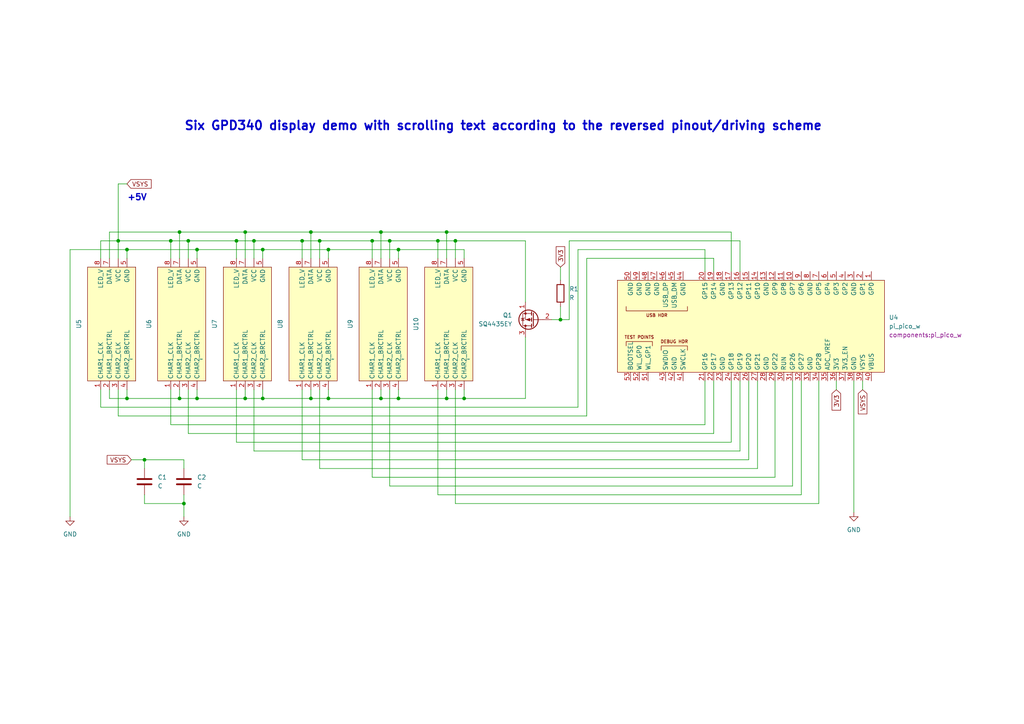
<source format=kicad_sch>
(kicad_sch (version 20230121) (generator eeschema)
  (paper "A4")
  (title_block (title "Six display demo"))
  (lib_symbols
    (symbol "Device:C" (pin_numbers hide) (pin_names (offset 0.254))
      (property "Reference" "C" (at 0.635 2.54 0))
      (property "Value" "C" (at 0.635 -2.54 0))
      (symbol "C_0_1"
        (polyline (pts (xy -2.032 -0.762) (xy 2.032 -0.762)) (stroke (width 0.508)))
        (polyline (pts (xy -2.032 0.762) (xy 2.032 0.762)) (stroke (width 0.508)))
      )
      (symbol "C_1_1"
        (pin passive line (at 0 3.81 270) (length 2.794) (name "~") (number "1"))
        (pin passive line (at 0 -3.81 90) (length 2.794) (name "~") (number "2"))
      )
    )
    (symbol "Device:Q_PMOS_SGD" (pin_names (offset 0) hide)
      (property "Reference" "Q" (at 5.08 1.27 0))
      (property "Value" "Q_PMOS_SGD" (at 5.08 -1.27 0))
      (symbol "Q_PMOS_SGD_0_1"
        (polyline (pts (xy 0.254 0) (xy -2.54 0)))
        (polyline (pts (xy 0.254 1.905) (xy 0.254 -1.905)) (stroke (width 0.254)))
        (polyline (pts (xy 0.762 -1.27) (xy 0.762 -2.286)) (stroke (width 0.254)))
        (polyline (pts (xy 0.762 0.508) (xy 0.762 -0.508)) (stroke (width 0.254)))
        (polyline (pts (xy 0.762 2.286) (xy 0.762 1.27)) (stroke (width 0.254)))
        (polyline (pts (xy 2.54 2.54) (xy 2.54 1.778)))
        (polyline (pts (xy 2.54 -2.54) (xy 2.54 0) (xy 0.762 0)))
        (polyline (pts (xy 0.762 1.778) (xy 3.302 1.778) (xy 3.302 -1.778) (xy 0.762 -1.778)))
        (polyline (pts (xy 2.286 0) (xy 1.27 0.381) (xy 1.27 -0.381) (xy 2.286 0)) (fill (type outline)))
        (polyline (pts (xy 2.794 -0.508) (xy 2.921 -0.381) (xy 3.683 -0.381) (xy 3.81 -0.254)))
        (polyline (pts (xy 3.302 -0.381) (xy 2.921 0.254) (xy 3.683 0.254) (xy 3.302 -0.381)))
        (circle (center 1.651 0) (radius 2.794) (stroke (width 0.254)))
        (circle (center 2.54 -1.778) (radius 0.254) (fill (type outline)))
        (circle (center 2.54 1.778) (radius 0.254) (fill (type outline)))
      )
      (symbol "Q_PMOS_SGD_1_1"
        (pin passive line (at 2.54 -5.08 90) (length 2.54) (name "S") (number "1"))
        (pin input line (at -5.08 0 0) (length 2.54) (name "G") (number "2"))
        (pin passive line (at 2.54 5.08 270) (length 2.54) (name "D") (number "3"))
      )
    )
    (symbol "Device:R" (pin_numbers hide) (pin_names (offset 0))
      (property "Reference" "R" (at 2.032 0 90))
      (property "Value" "R" (at 0 0 90))
      (symbol "R_0_1"
        (rectangle (start -1.016 -2.54) (end 1.016 2.54) (stroke (width 0.254)))
      )
      (symbol "R_1_1"
        (pin passive line (at 0 3.81 270) (length 1.27) (name "~") (number "1"))
        (pin passive line (at 0 -3.81 90) (length 1.27) (name "~") (number "2"))
      )
    )
    (symbol "components:GPD340"
      (property "Reference" "U" (at 0 0 0))
      (symbol "GPD340_1_1"
        (rectangle (start -16.51 7.62) (end 16.51 -6.35) (fill (type background)))
        (pin input line (at 19.05 -1.27 180) (length 2.54) (name "VCC") (number ""))
        (pin input line (at -19.05 3.81 0) (length 2.54) (name "CHAR1_CLK") (number "1"))
        (pin input line (at -19.05 1.27 0) (length 2.54) (name "CHAR1_BRCTRL") (number "2"))
        (pin input line (at -19.05 -1.27 0) (length 2.54) (name "CHAR2_CLK") (number "3"))
        (pin input line (at -19.05 -3.81 0) (length 2.54) (name "CHAR2_BRCTRL") (number "4"))
        (pin input line (at 19.05 -3.81 180) (length 2.54) (name "GND") (number "5"))
        (pin input line (at 19.05 1.27 180) (length 2.54) (name "DATA") (number "7"))
        (pin input line (at 19.05 3.81 180) (length 2.54) (name "LED_V") (number "8"))
      )
    )
    (symbol "components:pi_pico_w"
      (property "Reference" "U" (at 0 15.24 0))
      (property "Value" "pi_pico_w" (at 0 29.21 0))
      (property "Footprint" "components:pi_pico_w" (at 0 -24.13 0))
      (symbol "pi_pico_w_0_0"
        (polyline (pts (xy 5.08 -44.45) (xy 3.81 -44.45) (xy 3.81 -36.83) (xy 5.08 -36.83)))
        (text "DEBUG HDR" (at 3.81 -30.48 900) (effects (font (size 0.9 0.9))))
        (text "TEST POINTS" (at 2.54 -40.64 900) (effects (font (size 0.9 0.9))))
        (text "USB HDR" (at -3.81 -35.56 900) (effects (font (size 0.9 0.9))))
      )
      (symbol "pi_pico_w_0_1"
        (rectangle (start -13.97 30.48) (end 12.7 -46.99) (fill (type background)))
        (polyline (pts (xy -6.35 -44.45) (xy -5.08 -44.45) (xy -5.08 -26.67) (xy -6.35 -26.67)))
        (polyline (pts (xy 6.35 -26.67) (xy 5.08 -26.67) (xy 5.08 -34.29) (xy 6.35 -34.29)))
      )
      (symbol "pi_pico_w_1_1"
        (pin bidirectional line (at -16.51 26.67 0) (length 2.54) (name "GP0") (number "1"))
        (pin bidirectional line (at -16.51 3.81 0) (length 2.54) (name "GP7") (number "10"))
        (pin bidirectional line (at -16.51 1.27 0) (length 2.54) (name "GP8") (number "11"))
        (pin bidirectional line (at -16.51 -1.27 0) (length 2.54) (name "GP9") (number "12"))
        (pin bidirectional line (at -16.51 -3.81 0) (length 2.54) (name "GND") (number "13"))
        (pin bidirectional line (at -16.51 -6.35 0) (length 2.54) (name "GP10") (number "14"))
        (pin bidirectional line (at -16.51 -8.89 0) (length 2.54) (name "GP11") (number "15"))
        (pin bidirectional line (at -16.51 -11.43 0) (length 2.54) (name "GP12") (number "16"))
        (pin bidirectional line (at -16.51 -13.97 0) (length 2.54) (name "GP13") (number "17"))
        (pin bidirectional line (at -16.51 -16.51 0) (length 2.54) (name "GND") (number "18"))
        (pin bidirectional line (at -16.51 -19.05 0) (length 2.54) (name "GP14") (number "19"))
        (pin bidirectional line (at -16.51 24.13 0) (length 2.54) (name "GP1") (number "2"))
        (pin bidirectional line (at -16.51 -21.59 0) (length 2.54) (name "GP15") (number "20"))
        (pin bidirectional line (at 15.24 -21.59 180) (length 2.54) (name "GP16") (number "21"))
        (pin bidirectional line (at 15.24 -19.05 180) (length 2.54) (name "GP17") (number "22"))
        (pin bidirectional line (at 15.24 -16.51 180) (length 2.54) (name "GND") (number "23"))
        (pin bidirectional line (at 15.24 -13.97 180) (length 2.54) (name "GP18") (number "24"))
        (pin bidirectional line (at 15.24 -11.43 180) (length 2.54) (name "GP19") (number "25"))
        (pin bidirectional line (at 15.24 -8.89 180) (length 2.54) (name "GP20") (number "26"))
        (pin bidirectional line (at 15.24 -6.35 180) (length 2.54) (name "GP21") (number "27"))
        (pin bidirectional line (at 15.24 -3.81 180) (length 2.54) (name "GND") (number "28"))
        (pin bidirectional line (at 15.24 -1.27 180) (length 2.54) (name "GP22") (number "29"))
        (pin bidirectional line (at -16.51 21.59 0) (length 2.54) (name "GND") (number "3"))
        (pin bidirectional line (at 15.24 1.27 180) (length 2.54) (name "RUN") (number "30"))
        (pin bidirectional line (at 15.24 3.81 180) (length 2.54) (name "GP26") (number "31"))
        (pin bidirectional line (at 15.24 6.35 180) (length 2.54) (name "GP27") (number "32"))
        (pin bidirectional line (at 15.24 8.89 180) (length 2.54) (name "GND") (number "33"))
        (pin bidirectional line (at 15.24 11.43 180) (length 2.54) (name "GP28") (number "34"))
        (pin input line (at 15.24 13.97 180) (length 2.54) (name "ADC_VREF") (number "35"))
        (pin power_out line (at 15.24 16.51 180) (length 2.54) (name "3V3") (number "36"))
        (pin input line (at 15.24 19.05 180) (length 2.54) (name "3V3_EN") (number "37"))
        (pin bidirectional line (at 15.24 21.59 180) (length 2.54) (name "GND") (number "38"))
        (pin power_in line (at 15.24 24.13 180) (length 2.54) (name "VSYS") (number "39"))
        (pin bidirectional line (at -16.51 19.05 0) (length 2.54) (name "GP2") (number "4"))
        (pin power_in line (at 15.24 26.67 180) (length 2.54) (name "VBUS") (number "40"))
        (pin bidirectional line (at 15.24 -27.94 180) (length 2.54) (name "SWCLK") (number "41"))
        (pin bidirectional line (at 15.24 -30.48 180) (length 2.54) (name "GND") (number "42"))
        (pin bidirectional line (at 15.24 -33.02 180) (length 2.54) (name "SWDIO") (number "43"))
        (pin bidirectional line (at -16.51 -27.94 0) (length 2.54) (name "GND") (number "44"))
        (pin bidirectional line (at -16.51 -30.48 0) (length 2.54) (name "USB_DM") (number "45"))
        (pin bidirectional line (at -16.51 -33.02 0) (length 2.54) (name "USB_DP") (number "46"))
        (pin bidirectional line (at -16.51 -35.56 0) (length 2.54) (name "GND") (number "47"))
        (pin bidirectional line (at -16.51 -38.1 0) (length 2.54) (name "GND") (number "48"))
        (pin bidirectional line (at -16.51 -40.64 0) (length 2.54) (name "GND") (number "49"))
        (pin bidirectional line (at -16.51 16.51 0) (length 2.54) (name "GP3") (number "5"))
        (pin bidirectional line (at -16.51 -43.18 0) (length 2.54) (name "GND") (number "50"))
        (pin bidirectional line (at 15.24 -38.1 180) (length 2.54) (name "WL_GP1") (number "51"))
        (pin bidirectional line (at 15.24 -40.64 180) (length 2.54) (name "WL_GP0") (number "52"))
        (pin bidirectional line (at 15.24 -43.18 180) (length 2.54) (name "BOOTSEL") (number "53"))
        (pin bidirectional line (at -16.51 13.97 0) (length 2.54) (name "GP4") (number "6"))
        (pin bidirectional line (at -16.51 11.43 0) (length 2.54) (name "GP5") (number "7"))
        (pin bidirectional line (at -16.51 8.89 0) (length 2.54) (name "GND") (number "8"))
        (pin bidirectional line (at -16.51 6.35 0) (length 2.54) (name "GP6") (number "9"))
      )
    )
    (symbol "power:GND" (power) (pin_names (offset 0))
      (property "Value" "GND" (at 0 -3.81 0))
      (symbol "GND_0_1"
        (polyline (pts (xy 0 0) (xy 0 -1.27) (xy 1.27 -1.27) (xy 0 -2.54) (xy -1.27 -1.27) (xy 0 -1.27)))
      )
      (symbol "GND_1_1"
        (pin power_in line (at 0 0 270) (length 0) hide (name "GND") (number "1"))
      )
    )
  )
  (junction (at 57.15 115.57))
  (junction (at 71.12 67.31))
  (junction (at 53.34 146.05))
  (junction (at 52.07 115.57))
  (junction (at 95.25 115.57))
  (junction (at 41.91 133.35))
  (junction (at 68.58 69.85))
  (junction (at 95.25 72.39))
  (junction (at 76.2 115.57))
  (junction (at 162.56 92.71))
  (junction (at 57.15 72.39))
  (junction (at 73.66 69.85))
  (junction (at 110.49 115.57))
  (junction (at 90.17 115.57))
  (junction (at 110.49 67.31))
  (junction (at 76.2 72.39))
  (junction (at 127 69.85))
  (junction (at 54.61 69.85))
  (junction (at 129.54 67.31))
  (junction (at 34.29 69.85))
  (junction (at 36.83 115.57))
  (junction (at 49.53 69.85))
  (junction (at 134.62 115.57))
  (junction (at 129.54 115.57))
  (junction (at 87.63 69.85))
  (junction (at 52.07 67.31))
  (junction (at 36.83 72.39))
  (junction (at 113.03 69.85))
  (junction (at 92.71 69.85))
  (junction (at 115.57 115.57))
  (junction (at 115.57 72.39))
  (junction (at 132.08 69.85))
  (junction (at 71.12 115.57))
  (junction (at 107.95 69.85))
  (junction (at 90.17 67.31))
  (wire (pts (xy 52.07 67.31) (xy 71.12 67.31)))
  (wire (pts (xy 165.1 92.71) (xy 165.1 69.85)))
  (wire (pts (xy 76.2 115.57) (xy 90.17 115.57)))
  (wire (pts (xy 34.29 69.85) (xy 34.29 53.34)))
  (wire (pts (xy 34.29 113.03) (xy 34.29 120.65)))
  (wire (pts (xy 132.08 146.05) (xy 237.49 146.05)))
  (wire (pts (xy 31.75 67.31) (xy 52.07 67.31)))
  (wire (pts (xy 87.63 69.85) (xy 92.71 69.85)))
  (wire (pts (xy 41.91 143.51) (xy 41.91 146.05)))
  (wire (pts (xy 41.91 133.35) (xy 41.91 135.89)))
  (wire (pts (xy 52.07 115.57) (xy 57.15 115.57)))
  (wire (pts (xy 73.66 130.81) (xy 214.63 130.81)))
  (wire (pts (xy 204.47 72.39) (xy 204.47 78.74)))
  (wire (pts (xy 68.58 69.85) (xy 68.58 74.93)))
  (wire (pts (xy 110.49 67.31) (xy 129.54 67.31)))
  (wire (pts (xy 53.34 143.51) (xy 53.34 146.05)))
  (wire (pts (xy 129.54 113.03) (xy 129.54 115.57)))
  (wire (pts (xy 134.62 72.39) (xy 134.62 74.93)))
  (wire (pts (xy 71.12 67.31) (xy 71.12 74.93)))
  (wire (pts (xy 113.03 69.85) (xy 113.03 74.93)))
  (wire (pts (xy 92.71 69.85) (xy 92.71 74.93)))
  (wire (pts (xy 53.34 135.89) (xy 53.34 133.35)))
  (wire (pts (xy 212.09 128.27) (xy 212.09 110.49)))
  (wire (pts (xy 36.83 72.39) (xy 20.32 72.39)))
  (wire (pts (xy 127 143.51) (xy 232.41 143.51)))
  (wire (pts (xy 29.21 113.03) (xy 29.21 118.11)))
  (wire (pts (xy 127 113.03) (xy 127 143.51)))
  (wire (pts (xy 68.58 113.03) (xy 68.58 128.27)))
  (wire (pts (xy 38.1 133.35) (xy 41.91 133.35)))
  (wire (pts (xy 167.64 72.39) (xy 204.47 72.39)))
  (wire (pts (xy 212.09 67.31) (xy 212.09 78.74)))
  (wire (pts (xy 110.49 115.57) (xy 115.57 115.57)))
  (wire (pts (xy 115.57 72.39) (xy 115.57 74.93)))
  (wire (pts (xy 71.12 67.31) (xy 90.17 67.31)))
  (wire (pts (xy 52.07 67.31) (xy 52.07 74.93)))
  (wire (pts (xy 204.47 123.19) (xy 204.47 110.49)))
  (wire (pts (xy 49.53 69.85) (xy 49.53 74.93)))
  (wire (pts (xy 54.61 113.03) (xy 54.61 125.73)))
  (wire (pts (xy 54.61 69.85) (xy 54.61 74.93)))
  (wire (pts (xy 36.83 72.39) (xy 57.15 72.39)))
  (wire (pts (xy 224.79 138.43) (xy 224.79 110.49)))
  (wire (pts (xy 49.53 69.85) (xy 54.61 69.85)))
  (wire (pts (xy 134.62 115.57) (xy 134.62 113.03)))
  (wire (pts (xy 49.53 123.19) (xy 204.47 123.19)))
  (wire (pts (xy 115.57 113.03) (xy 115.57 115.57)))
  (wire (pts (xy 57.15 72.39) (xy 76.2 72.39)))
  (wire (pts (xy 247.65 110.49) (xy 247.65 148.59)))
  (wire (pts (xy 152.4 69.85) (xy 152.4 87.63)))
  (wire (pts (xy 71.12 115.57) (xy 76.2 115.57)))
  (wire (pts (xy 250.19 110.49) (xy 250.19 113.03)))
  (wire (pts (xy 207.01 74.93) (xy 207.01 78.74)))
  (wire (pts (xy 87.63 69.85) (xy 87.63 74.93)))
  (wire (pts (xy 31.75 113.03) (xy 31.75 115.57)))
  (wire (pts (xy 107.95 138.43) (xy 224.79 138.43)))
  (wire (pts (xy 113.03 140.97) (xy 229.87 140.97)))
  (wire (pts (xy 242.57 110.49) (xy 242.57 113.03)))
  (wire (pts (xy 20.32 72.39) (xy 20.32 149.86)))
  (wire (pts (xy 113.03 69.85) (xy 127 69.85)))
  (wire (pts (xy 90.17 67.31) (xy 90.17 74.93)))
  (wire (pts (xy 34.29 74.93) (xy 34.29 69.85)))
  (wire (pts (xy 34.29 120.65) (xy 170.18 120.65)))
  (wire (pts (xy 110.49 113.03) (xy 110.49 115.57)))
  (wire (pts (xy 92.71 69.85) (xy 107.95 69.85)))
  (wire (pts (xy 31.75 115.57) (xy 36.83 115.57)))
  (wire (pts (xy 92.71 135.89) (xy 219.71 135.89)))
  (wire (pts (xy 54.61 69.85) (xy 68.58 69.85)))
  (wire (pts (xy 165.1 69.85) (xy 214.63 69.85)))
  (wire (pts (xy 29.21 74.93) (xy 29.21 69.85)))
  (wire (pts (xy 170.18 120.65) (xy 170.18 74.93)))
  (wire (pts (xy 90.17 115.57) (xy 95.25 115.57)))
  (wire (pts (xy 162.56 77.47) (xy 162.56 81.28)))
  (wire (pts (xy 68.58 128.27) (xy 212.09 128.27)))
  (wire (pts (xy 54.61 125.73) (xy 207.01 125.73)))
  (wire (pts (xy 127 69.85) (xy 132.08 69.85)))
  (wire (pts (xy 113.03 113.03) (xy 113.03 140.97)))
  (wire (pts (xy 87.63 133.35) (xy 217.17 133.35)))
  (wire (pts (xy 129.54 67.31) (xy 129.54 74.93)))
  (wire (pts (xy 170.18 74.93) (xy 207.01 74.93)))
  (wire (pts (xy 95.25 113.03) (xy 95.25 115.57)))
  (wire (pts (xy 219.71 135.89) (xy 219.71 110.49)))
  (wire (pts (xy 129.54 67.31) (xy 212.09 67.31)))
  (wire (pts (xy 132.08 69.85) (xy 152.4 69.85)))
  (wire (pts (xy 214.63 69.85) (xy 214.63 78.74)))
  (wire (pts (xy 232.41 143.51) (xy 232.41 110.49)))
  (wire (pts (xy 57.15 113.03) (xy 57.15 115.57)))
  (wire (pts (xy 76.2 72.39) (xy 76.2 74.93)))
  (wire (pts (xy 160.02 92.71) (xy 162.56 92.71)))
  (wire (pts (xy 92.71 113.03) (xy 92.71 135.89)))
  (wire (pts (xy 34.29 53.34) (xy 36.83 53.34)))
  (wire (pts (xy 134.62 115.57) (xy 152.4 115.57)))
  (wire (pts (xy 73.66 69.85) (xy 87.63 69.85)))
  (wire (pts (xy 57.15 115.57) (xy 71.12 115.57)))
  (wire (pts (xy 53.34 133.35) (xy 41.91 133.35)))
  (wire (pts (xy 53.34 146.05) (xy 53.34 149.86)))
  (wire (pts (xy 41.91 146.05) (xy 53.34 146.05)))
  (wire (pts (xy 107.95 69.85) (xy 107.95 74.93)))
  (wire (pts (xy 76.2 113.03) (xy 76.2 115.57)))
  (wire (pts (xy 29.21 69.85) (xy 34.29 69.85)))
  (wire (pts (xy 115.57 115.57) (xy 129.54 115.57)))
  (wire (pts (xy 107.95 69.85) (xy 113.03 69.85)))
  (wire (pts (xy 95.25 72.39) (xy 95.25 74.93)))
  (wire (pts (xy 95.25 72.39) (xy 115.57 72.39)))
  (wire (pts (xy 34.29 69.85) (xy 49.53 69.85)))
  (wire (pts (xy 107.95 113.03) (xy 107.95 138.43)))
  (wire (pts (xy 29.21 118.11) (xy 167.64 118.11)))
  (wire (pts (xy 129.54 115.57) (xy 134.62 115.57)))
  (wire (pts (xy 162.56 92.71) (xy 165.1 92.71)))
  (wire (pts (xy 229.87 140.97) (xy 229.87 110.49)))
  (wire (pts (xy 132.08 69.85) (xy 132.08 74.93)))
  (wire (pts (xy 167.64 118.11) (xy 167.64 72.39)))
  (wire (pts (xy 36.83 74.93) (xy 36.83 72.39)))
  (wire (pts (xy 36.83 113.03) (xy 36.83 115.57)))
  (wire (pts (xy 52.07 113.03) (xy 52.07 115.57)))
  (wire (pts (xy 31.75 74.93) (xy 31.75 67.31)))
  (wire (pts (xy 68.58 69.85) (xy 73.66 69.85)))
  (wire (pts (xy 115.57 72.39) (xy 134.62 72.39)))
  (wire (pts (xy 73.66 113.03) (xy 73.66 130.81)))
  (wire (pts (xy 87.63 113.03) (xy 87.63 133.35)))
  (wire (pts (xy 90.17 67.31) (xy 110.49 67.31)))
  (wire (pts (xy 162.56 88.9) (xy 162.56 92.71)))
  (wire (pts (xy 237.49 146.05) (xy 237.49 110.49)))
  (wire (pts (xy 110.49 67.31) (xy 110.49 74.93)))
  (wire (pts (xy 73.66 69.85) (xy 73.66 74.93)))
  (wire (pts (xy 207.01 125.73) (xy 207.01 110.49)))
  (wire (pts (xy 57.15 72.39) (xy 57.15 74.93)))
  (wire (pts (xy 90.17 113.03) (xy 90.17 115.57)))
  (wire (pts (xy 95.25 115.57) (xy 110.49 115.57)))
  (wire (pts (xy 214.63 130.81) (xy 214.63 110.49)))
  (wire (pts (xy 49.53 113.03) (xy 49.53 123.19)))
  (wire (pts (xy 127 69.85) (xy 127 74.93)))
  (wire (pts (xy 217.17 133.35) (xy 217.17 110.49)))
  (wire (pts (xy 152.4 115.57) (xy 152.4 97.79)))
  (wire (pts (xy 36.83 115.57) (xy 52.07 115.57)))
  (wire (pts (xy 71.12 113.03) (xy 71.12 115.57)))
  (wire (pts (xy 76.2 72.39) (xy 95.25 72.39)))
  (wire (pts (xy 132.08 113.03) (xy 132.08 146.05)))
  (text "+5V" (at 36.83 58.42 0) (effects (font (size 1.778 1.778) (thickness 0.3556) bold) (justify left bottom)))
  (text "Six GPD340 display demo with scrolling text according to the reversed pinout/driving scheme" (at 53.34 38.1 0) (effects (font (size 2.54 2.54) (thickness 0.508) bold) (justify left bottom)))
  (global_label "3V3" (shape input) (at 162.56 77.47 90) (property "Intersheetrefs" "${INTERSHEET_REFS}" (effects hide)))
  (global_label "VSYS" (shape input) (at 36.83 53.34 0) (property "Intersheetrefs" "${INTERSHEET_REFS}" (effects hide)))
  (global_label "VSYS" (shape input) (at 250.19 113.03 270) (property "Intersheetrefs" "${INTERSHEET_REFS}" (effects hide)))
  (global_label "VSYS" (shape input) (at 38.1 133.35 180) (property "Intersheetrefs" "${INTERSHEET_REFS}" (effects hide)))
  (global_label "3V3" (shape input) (at 242.57 113.03 270) (property "Intersheetrefs" "${INTERSHEET_REFS}" (effects hide)))
  (symbol (lib_id "power:GND") (at 53.34 149.86 0) (unit 1)
    (property "Reference" "#PWR07" (effects hide))
    (property "Value" "GND" (at 53.34 154.94 0))
  )
  (symbol (lib_id "components:GPD340") (at 72.39 93.98 90) (unit 1)
    (property "Reference" "U7" (at 62.23 93.98 0))
    (property "Value" "~" (at 77.47 104.14 90))
  )
  (symbol (lib_id "Device:C") (at 41.91 139.7 0) (unit 1)
    (property "Reference" "C1" (at 45.72 138.43 0) (effects (justify left)))
    (property "Value" "C" (at 45.72 140.97 0) (effects (justify left)))
  )
  (symbol (lib_id "Device:C") (at 53.34 139.7 0) (unit 1)
    (property "Reference" "C2" (at 57.15 138.43 0) (effects (justify left)))
    (property "Value" "C" (at 57.15 140.97 0) (effects (justify left)))
  )
  (symbol (lib_id "components:GPD340") (at 130.81 93.98 90) (unit 1)
    (property "Reference" "U10" (at 120.65 93.98 0))
    (property "Value" "~" (at 135.89 104.14 90))
  )
  (symbol (lib_id "components:GPD340") (at 33.02 93.98 90) (unit 1)
    (property "Reference" "U5" (at 22.86 93.98 0))
    (property "Value" "~" (at 38.1 104.14 90))
  )
  (symbol (lib_id "components:GPD340") (at 53.34 93.98 90) (unit 1)
    (property "Reference" "U6" (at 43.18 93.98 0))
    (property "Value" "~" (at 58.42 104.14 90))
  )
  (symbol (lib_id "components:GPD340") (at 111.76 93.98 90) (unit 1)
    (property "Reference" "U9" (at 101.6 93.98 0))
    (property "Value" "~" (at 116.84 104.14 90))
  )
  (symbol (lib_id "power:GND") (at 20.32 149.86 0) (unit 1)
    (property "Reference" "#PWR05" (effects hide))
    (property "Value" "GND" (at 20.32 154.94 0))
  )
  (symbol (lib_id "Device:Q_PMOS_SGD") (at 154.94 92.71 180) (unit 1)
    (property "Reference" "Q1" (at 148.59 91.44 0) (effects (justify left)))
    (property "Value" "SQ4435EY" (at 148.59 93.98 0) (effects (justify left)))
    (property "Footprint" "components:SO8_MOSFET_S3G1D4" (effects hide))
  )
  (symbol (lib_id "Device:R") (at 162.56 85.09 0) (unit 1)
    (property "Reference" "R1" (at 165.1 83.82 0) (effects (justify left)))
    (property "Value" "R" (at 165.1 86.36 0) (effects (justify left)))
  )
  (symbol (lib_id "components:GPD340") (at 91.44 93.98 90) (unit 1)
    (property "Reference" "U8" (at 81.28 93.98 0))
    (property "Value" "~" (at 96.52 104.14 90))
  )
  (symbol (lib_id "power:GND") (at 247.65 148.59 0) (unit 1)
    (property "Reference" "#PWR06" (effects hide))
    (property "Value" "GND" (at 247.65 153.67 0))
  )
  (symbol (lib_id "components:pi_pico_w") (at 226.06 95.25 270) (unit 1)
    (property "Reference" "U4" (at 257.81 92.075 90) (effects (justify left)))
    (property "Value" "pi_pico_w" (at 257.81 94.615 90) (effects (justify left)))
    (property "Footprint" "components:pi_pico_w" (at 257.81 97.155 90) (effects (justify left)))
  )
)
</source>
